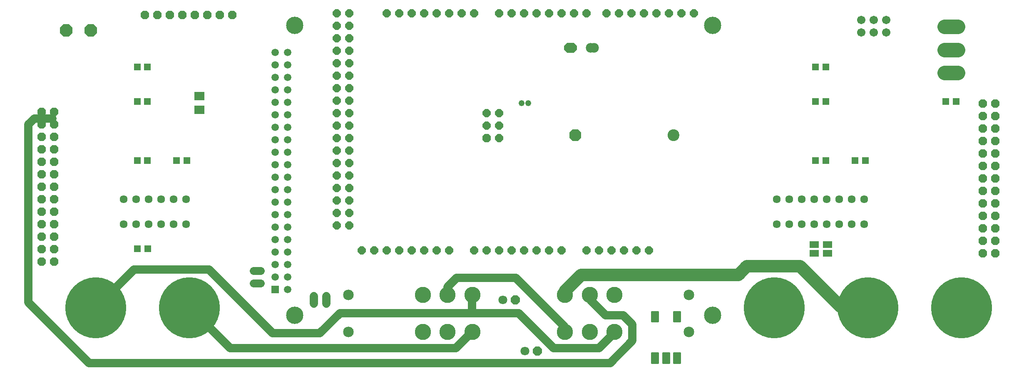
<source format=gbs>
G75*
G70*
%OFA0B0*%
%FSLAX24Y24*%
%IPPOS*%
%LPD*%
%AMOC8*
5,1,8,0,0,1.08239X$1,22.5*
%
%ADD10C,0.1000*%
%ADD11C,0.0660*%
%ADD12C,0.0477*%
%ADD13C,0.0780*%
%ADD14OC8,0.0780*%
%ADD15C,0.0674*%
%ADD16C,0.0095*%
%ADD17OC8,0.0710*%
%ADD18C,0.0710*%
%ADD19C,0.0640*%
%ADD20C,0.0946*%
%ADD21OC8,0.0946*%
%ADD22OC8,0.0634*%
%ADD23OC8,0.0680*%
%ADD24C,0.1299*%
%ADD25C,0.0848*%
%ADD26C,0.4885*%
%ADD27R,0.0552X0.0552*%
%ADD28R,0.0749X0.0533*%
%ADD29C,0.1172*%
%ADD30OC8,0.0674*%
%ADD31C,0.0595*%
%ADD32R,0.0595X0.0595*%
%ADD33C,0.1386*%
%ADD34C,0.0674*%
%ADD35OC8,0.0996*%
%ADD36C,0.0634*%
%ADD37R,0.0789X0.0710*%
D10*
X053489Y011689D02*
X053489Y011989D01*
X054789Y013289D01*
X067339Y013289D01*
X067389Y013289D02*
X068064Y013989D01*
X072314Y013989D01*
X075589Y010714D01*
X077739Y010714D01*
D11*
X015389Y006239D02*
X010539Y011089D01*
X010539Y025364D01*
X011014Y025839D01*
X012464Y025839D01*
X018989Y013714D02*
X017289Y012014D01*
X018989Y013714D02*
X024989Y013714D01*
X030089Y008614D01*
X033864Y008614D01*
X035489Y010239D01*
X049789Y010239D01*
X052589Y007439D01*
X056214Y007439D01*
X057414Y008639D01*
X058889Y008014D02*
X058889Y009339D01*
X058164Y010064D01*
X056764Y010064D01*
X055539Y011289D01*
X055539Y011739D01*
X053489Y009139D02*
X049564Y013064D01*
X044839Y013064D01*
X044089Y012314D01*
X044089Y011714D01*
X046064Y011714D02*
X046064Y010264D01*
X046014Y008664D02*
X045989Y008664D01*
X044764Y007439D01*
X026689Y007439D01*
X024564Y009564D01*
X015389Y006239D02*
X057114Y006239D01*
X058889Y008014D01*
D12*
X050565Y027064D03*
X050014Y027064D03*
D13*
X055564Y031489D03*
X055814Y031489D03*
D14*
X054064Y031489D03*
X053814Y031489D03*
D15*
X034389Y011586D02*
X034389Y010992D01*
X033389Y010992D02*
X033389Y011586D01*
D16*
X060965Y010354D02*
X060965Y009542D01*
X060429Y009542D01*
X060429Y010354D01*
X060965Y010354D01*
X060965Y009636D02*
X060429Y009636D01*
X060429Y009730D02*
X060965Y009730D01*
X060965Y009824D02*
X060429Y009824D01*
X060429Y009918D02*
X060965Y009918D01*
X060965Y010012D02*
X060429Y010012D01*
X060429Y010106D02*
X060965Y010106D01*
X060965Y010200D02*
X060429Y010200D01*
X060429Y010294D02*
X060965Y010294D01*
X062737Y010354D02*
X062737Y009542D01*
X062201Y009542D01*
X062201Y010354D01*
X062737Y010354D01*
X062737Y009636D02*
X062201Y009636D01*
X062201Y009730D02*
X062737Y009730D01*
X062737Y009824D02*
X062201Y009824D01*
X062201Y009918D02*
X062737Y009918D01*
X062737Y010012D02*
X062201Y010012D01*
X062201Y010106D02*
X062737Y010106D01*
X062737Y010200D02*
X062201Y010200D01*
X062201Y010294D02*
X062737Y010294D01*
X062737Y007047D02*
X062737Y006235D01*
X062201Y006235D01*
X062201Y007047D01*
X062737Y007047D01*
X062737Y006329D02*
X062201Y006329D01*
X062201Y006423D02*
X062737Y006423D01*
X062737Y006517D02*
X062201Y006517D01*
X062201Y006611D02*
X062737Y006611D01*
X062737Y006705D02*
X062201Y006705D01*
X062201Y006799D02*
X062737Y006799D01*
X062737Y006893D02*
X062201Y006893D01*
X062201Y006987D02*
X062737Y006987D01*
X061851Y007047D02*
X061851Y006235D01*
X061315Y006235D01*
X061315Y007047D01*
X061851Y007047D01*
X061851Y006329D02*
X061315Y006329D01*
X061315Y006423D02*
X061851Y006423D01*
X061851Y006517D02*
X061315Y006517D01*
X061315Y006611D02*
X061851Y006611D01*
X061851Y006705D02*
X061315Y006705D01*
X061315Y006799D02*
X061851Y006799D01*
X061851Y006893D02*
X061315Y006893D01*
X061315Y006987D02*
X061851Y006987D01*
X060965Y007047D02*
X060965Y006235D01*
X060429Y006235D01*
X060429Y007047D01*
X060965Y007047D01*
X060965Y006329D02*
X060429Y006329D01*
X060429Y006423D02*
X060965Y006423D01*
X060965Y006517D02*
X060429Y006517D01*
X060429Y006611D02*
X060965Y006611D01*
X060965Y006705D02*
X060429Y006705D01*
X060429Y006799D02*
X060965Y006799D01*
X060965Y006893D02*
X060429Y006893D01*
X060429Y006987D02*
X060965Y006987D01*
D17*
X051289Y007189D03*
X049514Y011289D03*
D18*
X048514Y011289D03*
X050289Y007189D03*
D19*
X029119Y012639D02*
X028559Y012639D01*
X028559Y013639D02*
X029119Y013639D01*
D20*
X062194Y024489D03*
D21*
X054324Y024489D03*
D22*
X048239Y024264D03*
X048239Y025264D03*
X047239Y025264D03*
X047239Y026264D03*
X048239Y026264D03*
X036239Y026264D03*
X035239Y026264D03*
X035239Y027264D03*
X036239Y027264D03*
X036239Y028264D03*
X035239Y028264D03*
X035239Y029264D03*
X036239Y029264D03*
X036239Y030264D03*
X035239Y030264D03*
X035239Y031264D03*
X036239Y031264D03*
X036239Y032264D03*
X035239Y032264D03*
X035239Y033264D03*
X036239Y033264D03*
X036239Y034264D03*
X035239Y034264D03*
X039239Y034264D03*
X040239Y034264D03*
X041239Y034264D03*
X042239Y034264D03*
X043239Y034264D03*
X044239Y034264D03*
X045239Y034264D03*
X046239Y034264D03*
X048239Y034264D03*
X049239Y034264D03*
X050239Y034264D03*
X051239Y034264D03*
X052239Y034264D03*
X053239Y034264D03*
X054239Y034264D03*
X055239Y034264D03*
X056839Y034264D03*
X057839Y034264D03*
X058839Y034264D03*
X059839Y034264D03*
X060839Y034264D03*
X061839Y034264D03*
X062839Y034264D03*
X063839Y034264D03*
X036239Y025264D03*
X035239Y025264D03*
X035239Y024264D03*
X036239Y024264D03*
X036239Y023264D03*
X035239Y023264D03*
X035239Y022264D03*
X036239Y022264D03*
X036239Y021264D03*
X035239Y021264D03*
X035239Y020264D03*
X036239Y020264D03*
X036239Y019264D03*
X035239Y019264D03*
X035239Y018264D03*
X036239Y018264D03*
X036239Y017264D03*
X035239Y017264D03*
X037239Y015264D03*
X038239Y015264D03*
X039239Y015264D03*
X040239Y015264D03*
X041239Y015264D03*
X042239Y015264D03*
X043239Y015264D03*
X044239Y015264D03*
X046239Y015264D03*
X047239Y015264D03*
X048239Y015264D03*
X049239Y015264D03*
X050239Y015264D03*
X051239Y015264D03*
X052239Y015264D03*
X053239Y015264D03*
X055239Y015264D03*
X056239Y015264D03*
X057239Y015264D03*
X058239Y015264D03*
X059239Y015264D03*
X060239Y015264D03*
D23*
X047239Y024264D03*
D24*
X046075Y011702D03*
X044091Y011702D03*
X042107Y011702D03*
X042107Y008726D03*
X044091Y008726D03*
X046075Y008726D03*
X053504Y008726D03*
X055488Y008726D03*
X057472Y008726D03*
X057472Y011702D03*
X055488Y011702D03*
X053504Y011702D03*
D25*
X063425Y011702D03*
X063425Y008726D03*
X036154Y008726D03*
X036154Y011702D03*
D26*
X023414Y010657D03*
X015914Y010657D03*
X070244Y010657D03*
X077744Y010657D03*
X085244Y010657D03*
D27*
X077548Y022468D03*
X076721Y022468D03*
X074398Y022468D03*
X073571Y022468D03*
X073571Y027193D03*
X074398Y027193D03*
X074398Y029948D03*
X073571Y029948D03*
X084004Y027193D03*
X084831Y027193D03*
X023217Y022468D03*
X022390Y022468D03*
X020067Y022468D03*
X019240Y022468D03*
X019240Y027193D03*
X020067Y027193D03*
X020067Y029948D03*
X019240Y029948D03*
X019250Y015381D03*
X020077Y015381D03*
D28*
X073453Y015037D03*
X073453Y015726D03*
X074516Y015726D03*
X074516Y015037D03*
D29*
X083885Y029476D02*
X084950Y029476D01*
X084950Y031326D02*
X083885Y031326D01*
X083885Y033176D02*
X084950Y033176D01*
D30*
X086961Y027019D03*
X087961Y027019D03*
X087961Y026019D03*
X086961Y026019D03*
X086961Y025019D03*
X087961Y025019D03*
X087961Y024019D03*
X086961Y024019D03*
X086961Y023019D03*
X087961Y023019D03*
X087961Y022019D03*
X086961Y022019D03*
X086961Y021019D03*
X087961Y021019D03*
X087961Y020019D03*
X086961Y020019D03*
X086961Y019019D03*
X087961Y019019D03*
X087961Y018019D03*
X086961Y018019D03*
X086961Y017019D03*
X087961Y017019D03*
X087961Y016019D03*
X086961Y016019D03*
X086961Y015019D03*
X087961Y015019D03*
X026864Y034114D03*
X025864Y034114D03*
X024864Y034114D03*
X023864Y034114D03*
X022864Y034114D03*
X021864Y034114D03*
X020864Y034114D03*
X019864Y034114D03*
X012583Y026374D03*
X011583Y026374D03*
X011583Y025374D03*
X012583Y025374D03*
X012583Y024374D03*
X011583Y024374D03*
X011583Y023374D03*
X012583Y023374D03*
X012583Y022374D03*
X011583Y022374D03*
X011583Y021374D03*
X012583Y021374D03*
X012583Y020374D03*
X011583Y020374D03*
X011583Y019374D03*
X012583Y019374D03*
X012583Y018374D03*
X011583Y018374D03*
X011583Y017374D03*
X012583Y017374D03*
X012583Y016374D03*
X011583Y016374D03*
X011583Y015374D03*
X012583Y015374D03*
X012583Y014374D03*
X011583Y014374D03*
D31*
X030284Y014130D03*
X031284Y014130D03*
X031284Y015130D03*
X030284Y015130D03*
X030284Y016130D03*
X031284Y016130D03*
X031284Y017130D03*
X030284Y017130D03*
X030284Y018130D03*
X031284Y018130D03*
X031284Y019130D03*
X030284Y019130D03*
X030284Y020130D03*
X031284Y020130D03*
X031284Y021130D03*
X030284Y021130D03*
X030284Y022130D03*
X031284Y022130D03*
X031284Y023130D03*
X030284Y023130D03*
X030284Y024130D03*
X031284Y024130D03*
X031284Y025130D03*
X030284Y025130D03*
X030284Y026130D03*
X031284Y026130D03*
X031284Y027130D03*
X030284Y027130D03*
X030284Y028130D03*
X031284Y028130D03*
X031284Y029130D03*
X030284Y029130D03*
X030284Y030130D03*
X031284Y030130D03*
X031284Y031130D03*
X030284Y031130D03*
X030284Y013130D03*
X031284Y013130D03*
X031284Y012130D03*
D32*
X030284Y012130D03*
D33*
X031859Y010067D03*
X065323Y010067D03*
X065323Y033295D03*
X031859Y033295D03*
D34*
X077239Y033739D03*
X078239Y033739D03*
X079239Y033739D03*
X079239Y032739D03*
X078239Y032739D03*
X077239Y032739D03*
D35*
X015539Y032889D03*
X013571Y032889D03*
D36*
X018164Y019364D03*
X019164Y019364D03*
X020164Y019364D03*
X021164Y019364D03*
X022164Y019364D03*
X023164Y019364D03*
X023164Y017364D03*
X022164Y017364D03*
X021164Y017364D03*
X020164Y017364D03*
X019164Y017364D03*
X018164Y017364D03*
X070464Y017364D03*
X071464Y017364D03*
X072464Y017364D03*
X073464Y017364D03*
X074464Y017364D03*
X075464Y017364D03*
X076464Y017364D03*
X077464Y017364D03*
X077464Y019364D03*
X076464Y019364D03*
X075464Y019364D03*
X074464Y019364D03*
X073464Y019364D03*
X072464Y019364D03*
X071464Y019364D03*
X070464Y019364D03*
D37*
X024239Y026513D03*
X024239Y027615D03*
M02*

</source>
